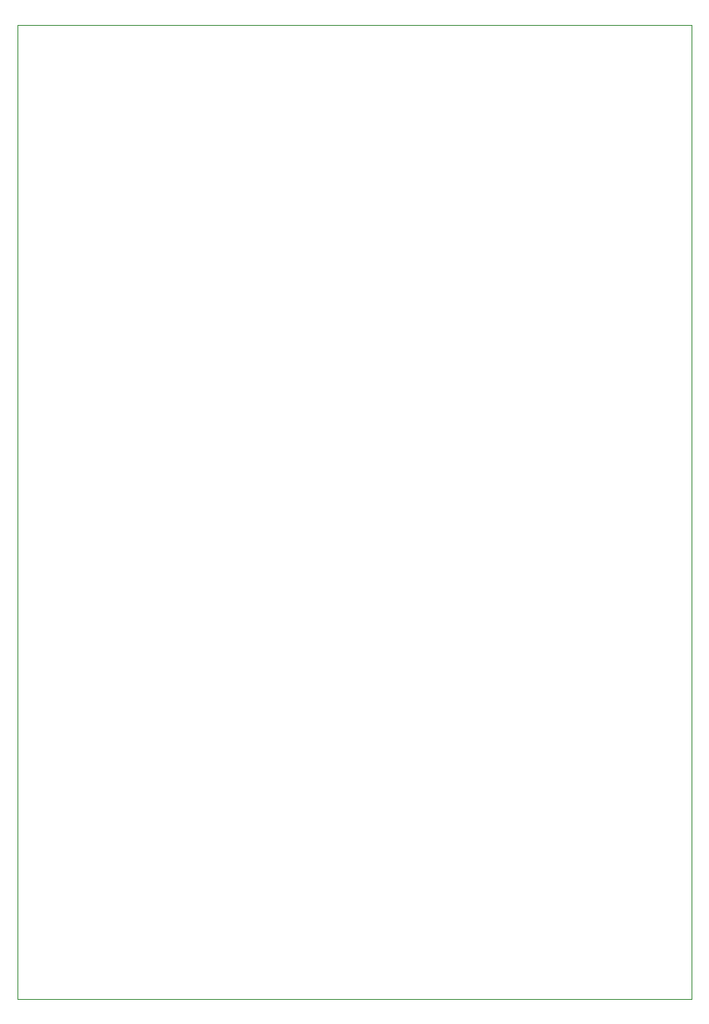
<source format=gbr>
%TF.GenerationSoftware,KiCad,Pcbnew,(6.0.2-0)*%
%TF.CreationDate,2022-03-29T11:50:41+01:00*%
%TF.ProjectId,Main-Craft-PCB,4d61696e-2d43-4726-9166-742d5043422e,rev?*%
%TF.SameCoordinates,Original*%
%TF.FileFunction,Profile,NP*%
%FSLAX46Y46*%
G04 Gerber Fmt 4.6, Leading zero omitted, Abs format (unit mm)*
G04 Created by KiCad (PCBNEW (6.0.2-0)) date 2022-03-29 11:50:41*
%MOMM*%
%LPD*%
G01*
G04 APERTURE LIST*
%TA.AperFunction,Profile*%
%ADD10C,0.100000*%
%TD*%
G04 APERTURE END LIST*
D10*
X120650000Y-50800000D02*
X189230000Y-50800000D01*
X189230000Y-50800000D02*
X189230000Y-149860000D01*
X189230000Y-149860000D02*
X120650000Y-149860000D01*
X120650000Y-149860000D02*
X120650000Y-50800000D01*
M02*

</source>
